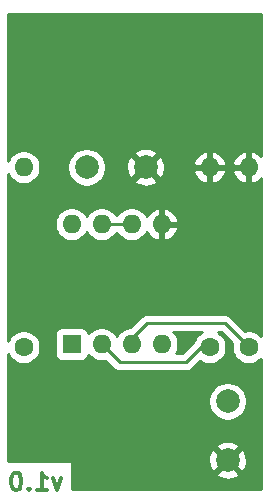
<source format=gbl>
G04 #@! TF.GenerationSoftware,KiCad,Pcbnew,(5.1.5)-3*
G04 #@! TF.CreationDate,2020-06-08T15:17:39-04:00*
G04 #@! TF.ProjectId,Vextrex Buzz Fix,56657874-7265-4782-9042-757a7a204669,rev?*
G04 #@! TF.SameCoordinates,Original*
G04 #@! TF.FileFunction,Copper,L2,Bot*
G04 #@! TF.FilePolarity,Positive*
%FSLAX46Y46*%
G04 Gerber Fmt 4.6, Leading zero omitted, Abs format (unit mm)*
G04 Created by KiCad (PCBNEW (5.1.5)-3) date 2020-06-08 15:17:39*
%MOMM*%
%LPD*%
G04 APERTURE LIST*
%ADD10C,0.300000*%
%ADD11R,1.600000X1.600000*%
%ADD12O,1.600000X1.600000*%
%ADD13C,2.000000*%
%ADD14C,1.600000*%
%ADD15C,0.600000*%
%ADD16C,0.250000*%
%ADD17C,0.254000*%
G04 APERTURE END LIST*
D10*
X148967000Y-126932571D02*
X148609857Y-127932571D01*
X148252714Y-126932571D01*
X146895571Y-127932571D02*
X147752714Y-127932571D01*
X147324142Y-127932571D02*
X147324142Y-126432571D01*
X147467000Y-126646857D01*
X147609857Y-126789714D01*
X147752714Y-126861142D01*
X146252714Y-127789714D02*
X146181285Y-127861142D01*
X146252714Y-127932571D01*
X146324142Y-127861142D01*
X146252714Y-127789714D01*
X146252714Y-127932571D01*
X145252714Y-126432571D02*
X145109857Y-126432571D01*
X144967000Y-126504000D01*
X144895571Y-126575428D01*
X144824142Y-126718285D01*
X144752714Y-127004000D01*
X144752714Y-127361142D01*
X144824142Y-127646857D01*
X144895571Y-127789714D01*
X144967000Y-127861142D01*
X145109857Y-127932571D01*
X145252714Y-127932571D01*
X145395571Y-127861142D01*
X145467000Y-127789714D01*
X145538428Y-127646857D01*
X145609857Y-127361142D01*
X145609857Y-127004000D01*
X145538428Y-126718285D01*
X145467000Y-126575428D01*
X145395571Y-126504000D01*
X145252714Y-126432571D01*
D11*
X149860000Y-115570000D03*
D12*
X157480000Y-105410000D03*
X152400000Y-115570000D03*
X154940000Y-105410000D03*
X154940000Y-115570000D03*
X152400000Y-105410000D03*
X157480000Y-115570000D03*
X149860000Y-105410000D03*
D13*
X151130000Y-100584000D03*
X156130000Y-100584000D03*
X163068000Y-120396000D03*
X163068000Y-125396000D03*
D14*
X161544000Y-115824000D03*
D12*
X161544000Y-100584000D03*
D14*
X164846000Y-115824000D03*
D12*
X164846000Y-100584000D03*
D14*
X145796000Y-115824000D03*
D12*
X145796000Y-100584000D03*
D15*
X159004000Y-122428000D03*
X159512000Y-115316000D03*
X146304000Y-113030000D03*
X150876000Y-120650000D03*
X155448000Y-109728000D03*
D16*
X152400000Y-105410000D02*
X154940000Y-105410000D01*
X161544000Y-115824000D02*
X160782000Y-115824000D01*
X160782000Y-115824000D02*
X159512000Y-117094000D01*
X159512000Y-117094000D02*
X153924000Y-117094000D01*
X153924000Y-117094000D02*
X152400000Y-115570000D01*
X164846000Y-115824000D02*
X162814000Y-113792000D01*
X156210000Y-113792000D02*
X154940000Y-115062000D01*
X162814000Y-113792000D02*
X156210000Y-113792000D01*
X154940000Y-115062000D02*
X154940000Y-115570000D01*
D17*
G36*
X165914000Y-99635814D02*
G01*
X165809414Y-99520481D01*
X165583420Y-99352963D01*
X165329087Y-99232754D01*
X165195039Y-99192096D01*
X164973000Y-99314085D01*
X164973000Y-100457000D01*
X164993000Y-100457000D01*
X164993000Y-100711000D01*
X164973000Y-100711000D01*
X164973000Y-101853915D01*
X165195039Y-101975904D01*
X165329087Y-101935246D01*
X165583420Y-101815037D01*
X165809414Y-101647519D01*
X165914000Y-101532186D01*
X165914001Y-114862605D01*
X165760759Y-114709363D01*
X165525727Y-114552320D01*
X165264574Y-114444147D01*
X164987335Y-114389000D01*
X164704665Y-114389000D01*
X164522114Y-114425312D01*
X163377804Y-113281003D01*
X163354001Y-113251999D01*
X163238276Y-113157026D01*
X163106247Y-113086454D01*
X162962986Y-113042997D01*
X162851333Y-113032000D01*
X162851322Y-113032000D01*
X162814000Y-113028324D01*
X162776678Y-113032000D01*
X156247322Y-113032000D01*
X156209999Y-113028324D01*
X156172676Y-113032000D01*
X156172667Y-113032000D01*
X156061014Y-113042997D01*
X155917753Y-113086454D01*
X155785724Y-113157026D01*
X155669999Y-113251999D01*
X155646201Y-113280997D01*
X154790593Y-114136606D01*
X154521426Y-114190147D01*
X154260273Y-114298320D01*
X154025241Y-114455363D01*
X153825363Y-114655241D01*
X153670000Y-114887759D01*
X153514637Y-114655241D01*
X153314759Y-114455363D01*
X153079727Y-114298320D01*
X152818574Y-114190147D01*
X152541335Y-114135000D01*
X152258665Y-114135000D01*
X151981426Y-114190147D01*
X151720273Y-114298320D01*
X151485241Y-114455363D01*
X151286643Y-114653961D01*
X151285812Y-114645518D01*
X151249502Y-114525820D01*
X151190537Y-114415506D01*
X151111185Y-114318815D01*
X151014494Y-114239463D01*
X150904180Y-114180498D01*
X150784482Y-114144188D01*
X150660000Y-114131928D01*
X149060000Y-114131928D01*
X148935518Y-114144188D01*
X148815820Y-114180498D01*
X148705506Y-114239463D01*
X148608815Y-114318815D01*
X148529463Y-114415506D01*
X148470498Y-114525820D01*
X148434188Y-114645518D01*
X148421928Y-114770000D01*
X148421928Y-116370000D01*
X148434188Y-116494482D01*
X148470498Y-116614180D01*
X148529463Y-116724494D01*
X148608815Y-116821185D01*
X148705506Y-116900537D01*
X148815820Y-116959502D01*
X148935518Y-116995812D01*
X149060000Y-117008072D01*
X150660000Y-117008072D01*
X150784482Y-116995812D01*
X150904180Y-116959502D01*
X151014494Y-116900537D01*
X151111185Y-116821185D01*
X151190537Y-116724494D01*
X151249502Y-116614180D01*
X151285812Y-116494482D01*
X151286643Y-116486039D01*
X151485241Y-116684637D01*
X151720273Y-116841680D01*
X151981426Y-116949853D01*
X152258665Y-117005000D01*
X152541335Y-117005000D01*
X152723886Y-116968688D01*
X153360205Y-117605008D01*
X153383999Y-117634001D01*
X153412992Y-117657795D01*
X153412996Y-117657799D01*
X153483685Y-117715811D01*
X153499724Y-117728974D01*
X153631753Y-117799546D01*
X153775014Y-117843003D01*
X153886667Y-117854000D01*
X153886676Y-117854000D01*
X153923999Y-117857676D01*
X153961322Y-117854000D01*
X159474678Y-117854000D01*
X159512000Y-117857676D01*
X159549322Y-117854000D01*
X159549333Y-117854000D01*
X159660986Y-117843003D01*
X159804247Y-117799546D01*
X159936276Y-117728974D01*
X160052001Y-117634001D01*
X160075804Y-117604997D01*
X160696934Y-116983868D01*
X160864273Y-117095680D01*
X161125426Y-117203853D01*
X161402665Y-117259000D01*
X161685335Y-117259000D01*
X161962574Y-117203853D01*
X162223727Y-117095680D01*
X162458759Y-116938637D01*
X162658637Y-116738759D01*
X162815680Y-116503727D01*
X162923853Y-116242574D01*
X162979000Y-115965335D01*
X162979000Y-115682665D01*
X162923853Y-115405426D01*
X162815680Y-115144273D01*
X162658637Y-114909241D01*
X162458759Y-114709363D01*
X162223727Y-114552320D01*
X162222954Y-114552000D01*
X162499199Y-114552000D01*
X163447312Y-115500114D01*
X163411000Y-115682665D01*
X163411000Y-115965335D01*
X163466147Y-116242574D01*
X163574320Y-116503727D01*
X163731363Y-116738759D01*
X163931241Y-116938637D01*
X164166273Y-117095680D01*
X164427426Y-117203853D01*
X164704665Y-117259000D01*
X164987335Y-117259000D01*
X165264574Y-117203853D01*
X165525727Y-117095680D01*
X165760759Y-116938637D01*
X165914001Y-116785395D01*
X165914001Y-127814000D01*
X149921286Y-127814000D01*
X149921286Y-126531413D01*
X162112192Y-126531413D01*
X162207956Y-126795814D01*
X162497571Y-126936704D01*
X162809108Y-127018384D01*
X163130595Y-127037718D01*
X163449675Y-126993961D01*
X163754088Y-126888795D01*
X163928044Y-126795814D01*
X164023808Y-126531413D01*
X163068000Y-125575605D01*
X162112192Y-126531413D01*
X149921286Y-126531413D01*
X149921286Y-125464000D01*
X144474000Y-125464000D01*
X144474000Y-125458595D01*
X161426282Y-125458595D01*
X161470039Y-125777675D01*
X161575205Y-126082088D01*
X161668186Y-126256044D01*
X161932587Y-126351808D01*
X162888395Y-125396000D01*
X163247605Y-125396000D01*
X164203413Y-126351808D01*
X164467814Y-126256044D01*
X164608704Y-125966429D01*
X164690384Y-125654892D01*
X164709718Y-125333405D01*
X164665961Y-125014325D01*
X164560795Y-124709912D01*
X164467814Y-124535956D01*
X164203413Y-124440192D01*
X163247605Y-125396000D01*
X162888395Y-125396000D01*
X161932587Y-124440192D01*
X161668186Y-124535956D01*
X161527296Y-124825571D01*
X161445616Y-125137108D01*
X161426282Y-125458595D01*
X144474000Y-125458595D01*
X144474000Y-124260587D01*
X162112192Y-124260587D01*
X163068000Y-125216395D01*
X164023808Y-124260587D01*
X163928044Y-123996186D01*
X163638429Y-123855296D01*
X163326892Y-123773616D01*
X163005405Y-123754282D01*
X162686325Y-123798039D01*
X162381912Y-123903205D01*
X162207956Y-123996186D01*
X162112192Y-124260587D01*
X144474000Y-124260587D01*
X144474000Y-120234967D01*
X161433000Y-120234967D01*
X161433000Y-120557033D01*
X161495832Y-120872912D01*
X161619082Y-121170463D01*
X161798013Y-121438252D01*
X162025748Y-121665987D01*
X162293537Y-121844918D01*
X162591088Y-121968168D01*
X162906967Y-122031000D01*
X163229033Y-122031000D01*
X163544912Y-121968168D01*
X163842463Y-121844918D01*
X164110252Y-121665987D01*
X164337987Y-121438252D01*
X164516918Y-121170463D01*
X164640168Y-120872912D01*
X164703000Y-120557033D01*
X164703000Y-120234967D01*
X164640168Y-119919088D01*
X164516918Y-119621537D01*
X164337987Y-119353748D01*
X164110252Y-119126013D01*
X163842463Y-118947082D01*
X163544912Y-118823832D01*
X163229033Y-118761000D01*
X162906967Y-118761000D01*
X162591088Y-118823832D01*
X162293537Y-118947082D01*
X162025748Y-119126013D01*
X161798013Y-119353748D01*
X161619082Y-119621537D01*
X161495832Y-119919088D01*
X161433000Y-120234967D01*
X144474000Y-120234967D01*
X144474000Y-116382244D01*
X144524320Y-116503727D01*
X144681363Y-116738759D01*
X144881241Y-116938637D01*
X145116273Y-117095680D01*
X145377426Y-117203853D01*
X145654665Y-117259000D01*
X145937335Y-117259000D01*
X146214574Y-117203853D01*
X146475727Y-117095680D01*
X146710759Y-116938637D01*
X146910637Y-116738759D01*
X147067680Y-116503727D01*
X147175853Y-116242574D01*
X147231000Y-115965335D01*
X147231000Y-115682665D01*
X147175853Y-115405426D01*
X147067680Y-115144273D01*
X146910637Y-114909241D01*
X146710759Y-114709363D01*
X146475727Y-114552320D01*
X146214574Y-114444147D01*
X145937335Y-114389000D01*
X145654665Y-114389000D01*
X145377426Y-114444147D01*
X145116273Y-114552320D01*
X144881241Y-114709363D01*
X144681363Y-114909241D01*
X144524320Y-115144273D01*
X144474000Y-115265756D01*
X144474000Y-105268665D01*
X148425000Y-105268665D01*
X148425000Y-105551335D01*
X148480147Y-105828574D01*
X148588320Y-106089727D01*
X148745363Y-106324759D01*
X148945241Y-106524637D01*
X149180273Y-106681680D01*
X149441426Y-106789853D01*
X149718665Y-106845000D01*
X150001335Y-106845000D01*
X150278574Y-106789853D01*
X150539727Y-106681680D01*
X150774759Y-106524637D01*
X150974637Y-106324759D01*
X151130000Y-106092241D01*
X151285363Y-106324759D01*
X151485241Y-106524637D01*
X151720273Y-106681680D01*
X151981426Y-106789853D01*
X152258665Y-106845000D01*
X152541335Y-106845000D01*
X152818574Y-106789853D01*
X153079727Y-106681680D01*
X153314759Y-106524637D01*
X153514637Y-106324759D01*
X153618043Y-106170000D01*
X153721957Y-106170000D01*
X153825363Y-106324759D01*
X154025241Y-106524637D01*
X154260273Y-106681680D01*
X154521426Y-106789853D01*
X154798665Y-106845000D01*
X155081335Y-106845000D01*
X155358574Y-106789853D01*
X155619727Y-106681680D01*
X155854759Y-106524637D01*
X156054637Y-106324759D01*
X156211680Y-106089727D01*
X156216067Y-106079135D01*
X156327615Y-106265131D01*
X156516586Y-106473519D01*
X156742580Y-106641037D01*
X156996913Y-106761246D01*
X157130961Y-106801904D01*
X157353000Y-106679915D01*
X157353000Y-105537000D01*
X157607000Y-105537000D01*
X157607000Y-106679915D01*
X157829039Y-106801904D01*
X157963087Y-106761246D01*
X158217420Y-106641037D01*
X158443414Y-106473519D01*
X158632385Y-106265131D01*
X158777070Y-106023881D01*
X158871909Y-105759040D01*
X158750624Y-105537000D01*
X157607000Y-105537000D01*
X157353000Y-105537000D01*
X157333000Y-105537000D01*
X157333000Y-105283000D01*
X157353000Y-105283000D01*
X157353000Y-104140085D01*
X157607000Y-104140085D01*
X157607000Y-105283000D01*
X158750624Y-105283000D01*
X158871909Y-105060960D01*
X158777070Y-104796119D01*
X158632385Y-104554869D01*
X158443414Y-104346481D01*
X158217420Y-104178963D01*
X157963087Y-104058754D01*
X157829039Y-104018096D01*
X157607000Y-104140085D01*
X157353000Y-104140085D01*
X157130961Y-104018096D01*
X156996913Y-104058754D01*
X156742580Y-104178963D01*
X156516586Y-104346481D01*
X156327615Y-104554869D01*
X156216067Y-104740865D01*
X156211680Y-104730273D01*
X156054637Y-104495241D01*
X155854759Y-104295363D01*
X155619727Y-104138320D01*
X155358574Y-104030147D01*
X155081335Y-103975000D01*
X154798665Y-103975000D01*
X154521426Y-104030147D01*
X154260273Y-104138320D01*
X154025241Y-104295363D01*
X153825363Y-104495241D01*
X153721957Y-104650000D01*
X153618043Y-104650000D01*
X153514637Y-104495241D01*
X153314759Y-104295363D01*
X153079727Y-104138320D01*
X152818574Y-104030147D01*
X152541335Y-103975000D01*
X152258665Y-103975000D01*
X151981426Y-104030147D01*
X151720273Y-104138320D01*
X151485241Y-104295363D01*
X151285363Y-104495241D01*
X151130000Y-104727759D01*
X150974637Y-104495241D01*
X150774759Y-104295363D01*
X150539727Y-104138320D01*
X150278574Y-104030147D01*
X150001335Y-103975000D01*
X149718665Y-103975000D01*
X149441426Y-104030147D01*
X149180273Y-104138320D01*
X148945241Y-104295363D01*
X148745363Y-104495241D01*
X148588320Y-104730273D01*
X148480147Y-104991426D01*
X148425000Y-105268665D01*
X144474000Y-105268665D01*
X144474000Y-101142244D01*
X144524320Y-101263727D01*
X144681363Y-101498759D01*
X144881241Y-101698637D01*
X145116273Y-101855680D01*
X145377426Y-101963853D01*
X145654665Y-102019000D01*
X145937335Y-102019000D01*
X146214574Y-101963853D01*
X146475727Y-101855680D01*
X146710759Y-101698637D01*
X146910637Y-101498759D01*
X147067680Y-101263727D01*
X147175853Y-101002574D01*
X147231000Y-100725335D01*
X147231000Y-100442665D01*
X147227082Y-100422967D01*
X149495000Y-100422967D01*
X149495000Y-100745033D01*
X149557832Y-101060912D01*
X149681082Y-101358463D01*
X149860013Y-101626252D01*
X150087748Y-101853987D01*
X150355537Y-102032918D01*
X150653088Y-102156168D01*
X150968967Y-102219000D01*
X151291033Y-102219000D01*
X151606912Y-102156168D01*
X151904463Y-102032918D01*
X152172252Y-101853987D01*
X152306826Y-101719413D01*
X155174192Y-101719413D01*
X155269956Y-101983814D01*
X155559571Y-102124704D01*
X155871108Y-102206384D01*
X156192595Y-102225718D01*
X156511675Y-102181961D01*
X156816088Y-102076795D01*
X156990044Y-101983814D01*
X157085808Y-101719413D01*
X156130000Y-100763605D01*
X155174192Y-101719413D01*
X152306826Y-101719413D01*
X152399987Y-101626252D01*
X152578918Y-101358463D01*
X152702168Y-101060912D01*
X152765000Y-100745033D01*
X152765000Y-100646595D01*
X154488282Y-100646595D01*
X154532039Y-100965675D01*
X154637205Y-101270088D01*
X154730186Y-101444044D01*
X154994587Y-101539808D01*
X155950395Y-100584000D01*
X156309605Y-100584000D01*
X157265413Y-101539808D01*
X157529814Y-101444044D01*
X157670704Y-101154429D01*
X157728748Y-100933040D01*
X160152091Y-100933040D01*
X160246930Y-101197881D01*
X160391615Y-101439131D01*
X160580586Y-101647519D01*
X160806580Y-101815037D01*
X161060913Y-101935246D01*
X161194961Y-101975904D01*
X161417000Y-101853915D01*
X161417000Y-100711000D01*
X161671000Y-100711000D01*
X161671000Y-101853915D01*
X161893039Y-101975904D01*
X162027087Y-101935246D01*
X162281420Y-101815037D01*
X162507414Y-101647519D01*
X162696385Y-101439131D01*
X162841070Y-101197881D01*
X162935909Y-100933040D01*
X163454091Y-100933040D01*
X163548930Y-101197881D01*
X163693615Y-101439131D01*
X163882586Y-101647519D01*
X164108580Y-101815037D01*
X164362913Y-101935246D01*
X164496961Y-101975904D01*
X164719000Y-101853915D01*
X164719000Y-100711000D01*
X163575376Y-100711000D01*
X163454091Y-100933040D01*
X162935909Y-100933040D01*
X162814624Y-100711000D01*
X161671000Y-100711000D01*
X161417000Y-100711000D01*
X160273376Y-100711000D01*
X160152091Y-100933040D01*
X157728748Y-100933040D01*
X157752384Y-100842892D01*
X157771718Y-100521405D01*
X157732437Y-100234960D01*
X160152091Y-100234960D01*
X160273376Y-100457000D01*
X161417000Y-100457000D01*
X161417000Y-99314085D01*
X161671000Y-99314085D01*
X161671000Y-100457000D01*
X162814624Y-100457000D01*
X162935909Y-100234960D01*
X163454091Y-100234960D01*
X163575376Y-100457000D01*
X164719000Y-100457000D01*
X164719000Y-99314085D01*
X164496961Y-99192096D01*
X164362913Y-99232754D01*
X164108580Y-99352963D01*
X163882586Y-99520481D01*
X163693615Y-99728869D01*
X163548930Y-99970119D01*
X163454091Y-100234960D01*
X162935909Y-100234960D01*
X162841070Y-99970119D01*
X162696385Y-99728869D01*
X162507414Y-99520481D01*
X162281420Y-99352963D01*
X162027087Y-99232754D01*
X161893039Y-99192096D01*
X161671000Y-99314085D01*
X161417000Y-99314085D01*
X161194961Y-99192096D01*
X161060913Y-99232754D01*
X160806580Y-99352963D01*
X160580586Y-99520481D01*
X160391615Y-99728869D01*
X160246930Y-99970119D01*
X160152091Y-100234960D01*
X157732437Y-100234960D01*
X157727961Y-100202325D01*
X157622795Y-99897912D01*
X157529814Y-99723956D01*
X157265413Y-99628192D01*
X156309605Y-100584000D01*
X155950395Y-100584000D01*
X154994587Y-99628192D01*
X154730186Y-99723956D01*
X154589296Y-100013571D01*
X154507616Y-100325108D01*
X154488282Y-100646595D01*
X152765000Y-100646595D01*
X152765000Y-100422967D01*
X152702168Y-100107088D01*
X152578918Y-99809537D01*
X152399987Y-99541748D01*
X152306826Y-99448587D01*
X155174192Y-99448587D01*
X156130000Y-100404395D01*
X157085808Y-99448587D01*
X156990044Y-99184186D01*
X156700429Y-99043296D01*
X156388892Y-98961616D01*
X156067405Y-98942282D01*
X155748325Y-98986039D01*
X155443912Y-99091205D01*
X155269956Y-99184186D01*
X155174192Y-99448587D01*
X152306826Y-99448587D01*
X152172252Y-99314013D01*
X151904463Y-99135082D01*
X151606912Y-99011832D01*
X151291033Y-98949000D01*
X150968967Y-98949000D01*
X150653088Y-99011832D01*
X150355537Y-99135082D01*
X150087748Y-99314013D01*
X149860013Y-99541748D01*
X149681082Y-99809537D01*
X149557832Y-100107088D01*
X149495000Y-100422967D01*
X147227082Y-100422967D01*
X147175853Y-100165426D01*
X147067680Y-99904273D01*
X146910637Y-99669241D01*
X146710759Y-99469363D01*
X146475727Y-99312320D01*
X146214574Y-99204147D01*
X145937335Y-99149000D01*
X145654665Y-99149000D01*
X145377426Y-99204147D01*
X145116273Y-99312320D01*
X144881241Y-99469363D01*
X144681363Y-99669241D01*
X144524320Y-99904273D01*
X144474000Y-100025756D01*
X144474000Y-87578000D01*
X165914000Y-87578000D01*
X165914000Y-99635814D01*
G37*
X165914000Y-99635814D02*
X165809414Y-99520481D01*
X165583420Y-99352963D01*
X165329087Y-99232754D01*
X165195039Y-99192096D01*
X164973000Y-99314085D01*
X164973000Y-100457000D01*
X164993000Y-100457000D01*
X164993000Y-100711000D01*
X164973000Y-100711000D01*
X164973000Y-101853915D01*
X165195039Y-101975904D01*
X165329087Y-101935246D01*
X165583420Y-101815037D01*
X165809414Y-101647519D01*
X165914000Y-101532186D01*
X165914001Y-114862605D01*
X165760759Y-114709363D01*
X165525727Y-114552320D01*
X165264574Y-114444147D01*
X164987335Y-114389000D01*
X164704665Y-114389000D01*
X164522114Y-114425312D01*
X163377804Y-113281003D01*
X163354001Y-113251999D01*
X163238276Y-113157026D01*
X163106247Y-113086454D01*
X162962986Y-113042997D01*
X162851333Y-113032000D01*
X162851322Y-113032000D01*
X162814000Y-113028324D01*
X162776678Y-113032000D01*
X156247322Y-113032000D01*
X156209999Y-113028324D01*
X156172676Y-113032000D01*
X156172667Y-113032000D01*
X156061014Y-113042997D01*
X155917753Y-113086454D01*
X155785724Y-113157026D01*
X155669999Y-113251999D01*
X155646201Y-113280997D01*
X154790593Y-114136606D01*
X154521426Y-114190147D01*
X154260273Y-114298320D01*
X154025241Y-114455363D01*
X153825363Y-114655241D01*
X153670000Y-114887759D01*
X153514637Y-114655241D01*
X153314759Y-114455363D01*
X153079727Y-114298320D01*
X152818574Y-114190147D01*
X152541335Y-114135000D01*
X152258665Y-114135000D01*
X151981426Y-114190147D01*
X151720273Y-114298320D01*
X151485241Y-114455363D01*
X151286643Y-114653961D01*
X151285812Y-114645518D01*
X151249502Y-114525820D01*
X151190537Y-114415506D01*
X151111185Y-114318815D01*
X151014494Y-114239463D01*
X150904180Y-114180498D01*
X150784482Y-114144188D01*
X150660000Y-114131928D01*
X149060000Y-114131928D01*
X148935518Y-114144188D01*
X148815820Y-114180498D01*
X148705506Y-114239463D01*
X148608815Y-114318815D01*
X148529463Y-114415506D01*
X148470498Y-114525820D01*
X148434188Y-114645518D01*
X148421928Y-114770000D01*
X148421928Y-116370000D01*
X148434188Y-116494482D01*
X148470498Y-116614180D01*
X148529463Y-116724494D01*
X148608815Y-116821185D01*
X148705506Y-116900537D01*
X148815820Y-116959502D01*
X148935518Y-116995812D01*
X149060000Y-117008072D01*
X150660000Y-117008072D01*
X150784482Y-116995812D01*
X150904180Y-116959502D01*
X151014494Y-116900537D01*
X151111185Y-116821185D01*
X151190537Y-116724494D01*
X151249502Y-116614180D01*
X151285812Y-116494482D01*
X151286643Y-116486039D01*
X151485241Y-116684637D01*
X151720273Y-116841680D01*
X151981426Y-116949853D01*
X152258665Y-117005000D01*
X152541335Y-117005000D01*
X152723886Y-116968688D01*
X153360205Y-117605008D01*
X153383999Y-117634001D01*
X153412992Y-117657795D01*
X153412996Y-117657799D01*
X153483685Y-117715811D01*
X153499724Y-117728974D01*
X153631753Y-117799546D01*
X153775014Y-117843003D01*
X153886667Y-117854000D01*
X153886676Y-117854000D01*
X153923999Y-117857676D01*
X153961322Y-117854000D01*
X159474678Y-117854000D01*
X159512000Y-117857676D01*
X159549322Y-117854000D01*
X159549333Y-117854000D01*
X159660986Y-117843003D01*
X159804247Y-117799546D01*
X159936276Y-117728974D01*
X160052001Y-117634001D01*
X160075804Y-117604997D01*
X160696934Y-116983868D01*
X160864273Y-117095680D01*
X161125426Y-117203853D01*
X161402665Y-117259000D01*
X161685335Y-117259000D01*
X161962574Y-117203853D01*
X162223727Y-117095680D01*
X162458759Y-116938637D01*
X162658637Y-116738759D01*
X162815680Y-116503727D01*
X162923853Y-116242574D01*
X162979000Y-115965335D01*
X162979000Y-115682665D01*
X162923853Y-115405426D01*
X162815680Y-115144273D01*
X162658637Y-114909241D01*
X162458759Y-114709363D01*
X162223727Y-114552320D01*
X162222954Y-114552000D01*
X162499199Y-114552000D01*
X163447312Y-115500114D01*
X163411000Y-115682665D01*
X163411000Y-115965335D01*
X163466147Y-116242574D01*
X163574320Y-116503727D01*
X163731363Y-116738759D01*
X163931241Y-116938637D01*
X164166273Y-117095680D01*
X164427426Y-117203853D01*
X164704665Y-117259000D01*
X164987335Y-117259000D01*
X165264574Y-117203853D01*
X165525727Y-117095680D01*
X165760759Y-116938637D01*
X165914001Y-116785395D01*
X165914001Y-127814000D01*
X149921286Y-127814000D01*
X149921286Y-126531413D01*
X162112192Y-126531413D01*
X162207956Y-126795814D01*
X162497571Y-126936704D01*
X162809108Y-127018384D01*
X163130595Y-127037718D01*
X163449675Y-126993961D01*
X163754088Y-126888795D01*
X163928044Y-126795814D01*
X164023808Y-126531413D01*
X163068000Y-125575605D01*
X162112192Y-126531413D01*
X149921286Y-126531413D01*
X149921286Y-125464000D01*
X144474000Y-125464000D01*
X144474000Y-125458595D01*
X161426282Y-125458595D01*
X161470039Y-125777675D01*
X161575205Y-126082088D01*
X161668186Y-126256044D01*
X161932587Y-126351808D01*
X162888395Y-125396000D01*
X163247605Y-125396000D01*
X164203413Y-126351808D01*
X164467814Y-126256044D01*
X164608704Y-125966429D01*
X164690384Y-125654892D01*
X164709718Y-125333405D01*
X164665961Y-125014325D01*
X164560795Y-124709912D01*
X164467814Y-124535956D01*
X164203413Y-124440192D01*
X163247605Y-125396000D01*
X162888395Y-125396000D01*
X161932587Y-124440192D01*
X161668186Y-124535956D01*
X161527296Y-124825571D01*
X161445616Y-125137108D01*
X161426282Y-125458595D01*
X144474000Y-125458595D01*
X144474000Y-124260587D01*
X162112192Y-124260587D01*
X163068000Y-125216395D01*
X164023808Y-124260587D01*
X163928044Y-123996186D01*
X163638429Y-123855296D01*
X163326892Y-123773616D01*
X163005405Y-123754282D01*
X162686325Y-123798039D01*
X162381912Y-123903205D01*
X162207956Y-123996186D01*
X162112192Y-124260587D01*
X144474000Y-124260587D01*
X144474000Y-120234967D01*
X161433000Y-120234967D01*
X161433000Y-120557033D01*
X161495832Y-120872912D01*
X161619082Y-121170463D01*
X161798013Y-121438252D01*
X162025748Y-121665987D01*
X162293537Y-121844918D01*
X162591088Y-121968168D01*
X162906967Y-122031000D01*
X163229033Y-122031000D01*
X163544912Y-121968168D01*
X163842463Y-121844918D01*
X164110252Y-121665987D01*
X164337987Y-121438252D01*
X164516918Y-121170463D01*
X164640168Y-120872912D01*
X164703000Y-120557033D01*
X164703000Y-120234967D01*
X164640168Y-119919088D01*
X164516918Y-119621537D01*
X164337987Y-119353748D01*
X164110252Y-119126013D01*
X163842463Y-118947082D01*
X163544912Y-118823832D01*
X163229033Y-118761000D01*
X162906967Y-118761000D01*
X162591088Y-118823832D01*
X162293537Y-118947082D01*
X162025748Y-119126013D01*
X161798013Y-119353748D01*
X161619082Y-119621537D01*
X161495832Y-119919088D01*
X161433000Y-120234967D01*
X144474000Y-120234967D01*
X144474000Y-116382244D01*
X144524320Y-116503727D01*
X144681363Y-116738759D01*
X144881241Y-116938637D01*
X145116273Y-117095680D01*
X145377426Y-117203853D01*
X145654665Y-117259000D01*
X145937335Y-117259000D01*
X146214574Y-117203853D01*
X146475727Y-117095680D01*
X146710759Y-116938637D01*
X146910637Y-116738759D01*
X147067680Y-116503727D01*
X147175853Y-116242574D01*
X147231000Y-115965335D01*
X147231000Y-115682665D01*
X147175853Y-115405426D01*
X147067680Y-115144273D01*
X146910637Y-114909241D01*
X146710759Y-114709363D01*
X146475727Y-114552320D01*
X146214574Y-114444147D01*
X145937335Y-114389000D01*
X145654665Y-114389000D01*
X145377426Y-114444147D01*
X145116273Y-114552320D01*
X144881241Y-114709363D01*
X144681363Y-114909241D01*
X144524320Y-115144273D01*
X144474000Y-115265756D01*
X144474000Y-105268665D01*
X148425000Y-105268665D01*
X148425000Y-105551335D01*
X148480147Y-105828574D01*
X148588320Y-106089727D01*
X148745363Y-106324759D01*
X148945241Y-106524637D01*
X149180273Y-106681680D01*
X149441426Y-106789853D01*
X149718665Y-106845000D01*
X150001335Y-106845000D01*
X150278574Y-106789853D01*
X150539727Y-106681680D01*
X150774759Y-106524637D01*
X150974637Y-106324759D01*
X151130000Y-106092241D01*
X151285363Y-106324759D01*
X151485241Y-106524637D01*
X151720273Y-106681680D01*
X151981426Y-106789853D01*
X152258665Y-106845000D01*
X152541335Y-106845000D01*
X152818574Y-106789853D01*
X153079727Y-106681680D01*
X153314759Y-106524637D01*
X153514637Y-106324759D01*
X153618043Y-106170000D01*
X153721957Y-106170000D01*
X153825363Y-106324759D01*
X154025241Y-106524637D01*
X154260273Y-106681680D01*
X154521426Y-106789853D01*
X154798665Y-106845000D01*
X155081335Y-106845000D01*
X155358574Y-106789853D01*
X155619727Y-106681680D01*
X155854759Y-106524637D01*
X156054637Y-106324759D01*
X156211680Y-106089727D01*
X156216067Y-106079135D01*
X156327615Y-106265131D01*
X156516586Y-106473519D01*
X156742580Y-106641037D01*
X156996913Y-106761246D01*
X157130961Y-106801904D01*
X157353000Y-106679915D01*
X157353000Y-105537000D01*
X157607000Y-105537000D01*
X157607000Y-106679915D01*
X157829039Y-106801904D01*
X157963087Y-106761246D01*
X158217420Y-106641037D01*
X158443414Y-106473519D01*
X158632385Y-106265131D01*
X158777070Y-106023881D01*
X158871909Y-105759040D01*
X158750624Y-105537000D01*
X157607000Y-105537000D01*
X157353000Y-105537000D01*
X157333000Y-105537000D01*
X157333000Y-105283000D01*
X157353000Y-105283000D01*
X157353000Y-104140085D01*
X157607000Y-104140085D01*
X157607000Y-105283000D01*
X158750624Y-105283000D01*
X158871909Y-105060960D01*
X158777070Y-104796119D01*
X158632385Y-104554869D01*
X158443414Y-104346481D01*
X158217420Y-104178963D01*
X157963087Y-104058754D01*
X157829039Y-104018096D01*
X157607000Y-104140085D01*
X157353000Y-104140085D01*
X157130961Y-104018096D01*
X156996913Y-104058754D01*
X156742580Y-104178963D01*
X156516586Y-104346481D01*
X156327615Y-104554869D01*
X156216067Y-104740865D01*
X156211680Y-104730273D01*
X156054637Y-104495241D01*
X155854759Y-104295363D01*
X155619727Y-104138320D01*
X155358574Y-104030147D01*
X155081335Y-103975000D01*
X154798665Y-103975000D01*
X154521426Y-104030147D01*
X154260273Y-104138320D01*
X154025241Y-104295363D01*
X153825363Y-104495241D01*
X153721957Y-104650000D01*
X153618043Y-104650000D01*
X153514637Y-104495241D01*
X153314759Y-104295363D01*
X153079727Y-104138320D01*
X152818574Y-104030147D01*
X152541335Y-103975000D01*
X152258665Y-103975000D01*
X151981426Y-104030147D01*
X151720273Y-104138320D01*
X151485241Y-104295363D01*
X151285363Y-104495241D01*
X151130000Y-104727759D01*
X150974637Y-104495241D01*
X150774759Y-104295363D01*
X150539727Y-104138320D01*
X150278574Y-104030147D01*
X150001335Y-103975000D01*
X149718665Y-103975000D01*
X149441426Y-104030147D01*
X149180273Y-104138320D01*
X148945241Y-104295363D01*
X148745363Y-104495241D01*
X148588320Y-104730273D01*
X148480147Y-104991426D01*
X148425000Y-105268665D01*
X144474000Y-105268665D01*
X144474000Y-101142244D01*
X144524320Y-101263727D01*
X144681363Y-101498759D01*
X144881241Y-101698637D01*
X145116273Y-101855680D01*
X145377426Y-101963853D01*
X145654665Y-102019000D01*
X145937335Y-102019000D01*
X146214574Y-101963853D01*
X146475727Y-101855680D01*
X146710759Y-101698637D01*
X146910637Y-101498759D01*
X147067680Y-101263727D01*
X147175853Y-101002574D01*
X147231000Y-100725335D01*
X147231000Y-100442665D01*
X147227082Y-100422967D01*
X149495000Y-100422967D01*
X149495000Y-100745033D01*
X149557832Y-101060912D01*
X149681082Y-101358463D01*
X149860013Y-101626252D01*
X150087748Y-101853987D01*
X150355537Y-102032918D01*
X150653088Y-102156168D01*
X150968967Y-102219000D01*
X151291033Y-102219000D01*
X151606912Y-102156168D01*
X151904463Y-102032918D01*
X152172252Y-101853987D01*
X152306826Y-101719413D01*
X155174192Y-101719413D01*
X155269956Y-101983814D01*
X155559571Y-102124704D01*
X155871108Y-102206384D01*
X156192595Y-102225718D01*
X156511675Y-102181961D01*
X156816088Y-102076795D01*
X156990044Y-101983814D01*
X157085808Y-101719413D01*
X156130000Y-100763605D01*
X155174192Y-101719413D01*
X152306826Y-101719413D01*
X152399987Y-101626252D01*
X152578918Y-101358463D01*
X152702168Y-101060912D01*
X152765000Y-100745033D01*
X152765000Y-100646595D01*
X154488282Y-100646595D01*
X154532039Y-100965675D01*
X154637205Y-101270088D01*
X154730186Y-101444044D01*
X154994587Y-101539808D01*
X155950395Y-100584000D01*
X156309605Y-100584000D01*
X157265413Y-101539808D01*
X157529814Y-101444044D01*
X157670704Y-101154429D01*
X157728748Y-100933040D01*
X160152091Y-100933040D01*
X160246930Y-101197881D01*
X160391615Y-101439131D01*
X160580586Y-101647519D01*
X160806580Y-101815037D01*
X161060913Y-101935246D01*
X161194961Y-101975904D01*
X161417000Y-101853915D01*
X161417000Y-100711000D01*
X161671000Y-100711000D01*
X161671000Y-101853915D01*
X161893039Y-101975904D01*
X162027087Y-101935246D01*
X162281420Y-101815037D01*
X162507414Y-101647519D01*
X162696385Y-101439131D01*
X162841070Y-101197881D01*
X162935909Y-100933040D01*
X163454091Y-100933040D01*
X163548930Y-101197881D01*
X163693615Y-101439131D01*
X163882586Y-101647519D01*
X164108580Y-101815037D01*
X164362913Y-101935246D01*
X164496961Y-101975904D01*
X164719000Y-101853915D01*
X164719000Y-100711000D01*
X163575376Y-100711000D01*
X163454091Y-100933040D01*
X162935909Y-100933040D01*
X162814624Y-100711000D01*
X161671000Y-100711000D01*
X161417000Y-100711000D01*
X160273376Y-100711000D01*
X160152091Y-100933040D01*
X157728748Y-100933040D01*
X157752384Y-100842892D01*
X157771718Y-100521405D01*
X157732437Y-100234960D01*
X160152091Y-100234960D01*
X160273376Y-100457000D01*
X161417000Y-100457000D01*
X161417000Y-99314085D01*
X161671000Y-99314085D01*
X161671000Y-100457000D01*
X162814624Y-100457000D01*
X162935909Y-100234960D01*
X163454091Y-100234960D01*
X163575376Y-100457000D01*
X164719000Y-100457000D01*
X164719000Y-99314085D01*
X164496961Y-99192096D01*
X164362913Y-99232754D01*
X164108580Y-99352963D01*
X163882586Y-99520481D01*
X163693615Y-99728869D01*
X163548930Y-99970119D01*
X163454091Y-100234960D01*
X162935909Y-100234960D01*
X162841070Y-99970119D01*
X162696385Y-99728869D01*
X162507414Y-99520481D01*
X162281420Y-99352963D01*
X162027087Y-99232754D01*
X161893039Y-99192096D01*
X161671000Y-99314085D01*
X161417000Y-99314085D01*
X161194961Y-99192096D01*
X161060913Y-99232754D01*
X160806580Y-99352963D01*
X160580586Y-99520481D01*
X160391615Y-99728869D01*
X160246930Y-99970119D01*
X160152091Y-100234960D01*
X157732437Y-100234960D01*
X157727961Y-100202325D01*
X157622795Y-99897912D01*
X157529814Y-99723956D01*
X157265413Y-99628192D01*
X156309605Y-100584000D01*
X155950395Y-100584000D01*
X154994587Y-99628192D01*
X154730186Y-99723956D01*
X154589296Y-100013571D01*
X154507616Y-100325108D01*
X154488282Y-100646595D01*
X152765000Y-100646595D01*
X152765000Y-100422967D01*
X152702168Y-100107088D01*
X152578918Y-99809537D01*
X152399987Y-99541748D01*
X152306826Y-99448587D01*
X155174192Y-99448587D01*
X156130000Y-100404395D01*
X157085808Y-99448587D01*
X156990044Y-99184186D01*
X156700429Y-99043296D01*
X156388892Y-98961616D01*
X156067405Y-98942282D01*
X155748325Y-98986039D01*
X155443912Y-99091205D01*
X155269956Y-99184186D01*
X155174192Y-99448587D01*
X152306826Y-99448587D01*
X152172252Y-99314013D01*
X151904463Y-99135082D01*
X151606912Y-99011832D01*
X151291033Y-98949000D01*
X150968967Y-98949000D01*
X150653088Y-99011832D01*
X150355537Y-99135082D01*
X150087748Y-99314013D01*
X149860013Y-99541748D01*
X149681082Y-99809537D01*
X149557832Y-100107088D01*
X149495000Y-100422967D01*
X147227082Y-100422967D01*
X147175853Y-100165426D01*
X147067680Y-99904273D01*
X146910637Y-99669241D01*
X146710759Y-99469363D01*
X146475727Y-99312320D01*
X146214574Y-99204147D01*
X145937335Y-99149000D01*
X145654665Y-99149000D01*
X145377426Y-99204147D01*
X145116273Y-99312320D01*
X144881241Y-99469363D01*
X144681363Y-99669241D01*
X144524320Y-99904273D01*
X144474000Y-100025756D01*
X144474000Y-87578000D01*
X165914000Y-87578000D01*
X165914000Y-99635814D01*
G36*
X160864273Y-114552320D02*
G01*
X160629241Y-114709363D01*
X160429363Y-114909241D01*
X160272320Y-115144273D01*
X160191282Y-115339916D01*
X159197199Y-116334000D01*
X158695371Y-116334000D01*
X158751680Y-116249727D01*
X158859853Y-115988574D01*
X158915000Y-115711335D01*
X158915000Y-115428665D01*
X158859853Y-115151426D01*
X158751680Y-114890273D01*
X158594637Y-114655241D01*
X158491396Y-114552000D01*
X160865046Y-114552000D01*
X160864273Y-114552320D01*
G37*
X160864273Y-114552320D02*
X160629241Y-114709363D01*
X160429363Y-114909241D01*
X160272320Y-115144273D01*
X160191282Y-115339916D01*
X159197199Y-116334000D01*
X158695371Y-116334000D01*
X158751680Y-116249727D01*
X158859853Y-115988574D01*
X158915000Y-115711335D01*
X158915000Y-115428665D01*
X158859853Y-115151426D01*
X158751680Y-114890273D01*
X158594637Y-114655241D01*
X158491396Y-114552000D01*
X160865046Y-114552000D01*
X160864273Y-114552320D01*
M02*

</source>
